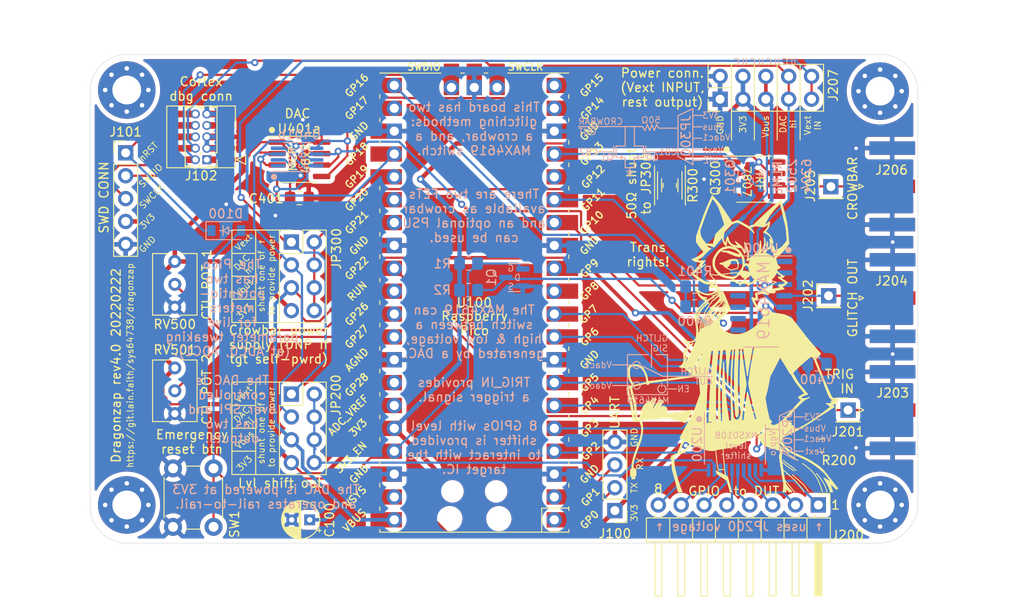
<source format=kicad_pcb>
(kicad_pcb (version 20211014) (generator pcbnew)

  (general
    (thickness 1.6)
  )

  (paper "A4")
  (layers
    (0 "F.Cu" signal)
    (31 "B.Cu" signal)
    (32 "B.Adhes" user "B.Adhesive")
    (33 "F.Adhes" user "F.Adhesive")
    (34 "B.Paste" user)
    (35 "F.Paste" user)
    (36 "B.SilkS" user "B.Silkscreen")
    (37 "F.SilkS" user "F.Silkscreen")
    (38 "B.Mask" user)
    (39 "F.Mask" user)
    (40 "Dwgs.User" user "User.Drawings")
    (41 "Cmts.User" user "User.Comments")
    (42 "Eco1.User" user "User.Eco1")
    (43 "Eco2.User" user "User.Eco2")
    (44 "Edge.Cuts" user)
    (45 "Margin" user)
    (46 "B.CrtYd" user "B.Courtyard")
    (47 "F.CrtYd" user "F.Courtyard")
    (48 "B.Fab" user)
    (49 "F.Fab" user)
  )

  (setup
    (stackup
      (layer "F.SilkS" (type "Top Silk Screen"))
      (layer "F.Paste" (type "Top Solder Paste"))
      (layer "F.Mask" (type "Top Solder Mask") (thickness 0.01))
      (layer "F.Cu" (type "copper") (thickness 0.035))
      (layer "dielectric 1" (type "core") (thickness 1.51) (material "FR4") (epsilon_r 4.5) (loss_tangent 0.02))
      (layer "B.Cu" (type "copper") (thickness 0.035))
      (layer "B.Mask" (type "Bottom Solder Mask") (thickness 0.01))
      (layer "B.Paste" (type "Bottom Solder Paste"))
      (layer "B.SilkS" (type "Bottom Silk Screen"))
      (copper_finish "None")
      (dielectric_constraints no)
    )
    (pad_to_mask_clearance 0)
    (pcbplotparams
      (layerselection 0x00010fc_ffffffff)
      (disableapertmacros false)
      (usegerberextensions false)
      (usegerberattributes true)
      (usegerberadvancedattributes true)
      (creategerberjobfile true)
      (svguseinch false)
      (svgprecision 6)
      (excludeedgelayer true)
      (plotframeref false)
      (viasonmask false)
      (mode 1)
      (useauxorigin false)
      (hpglpennumber 1)
      (hpglpenspeed 20)
      (hpglpendiameter 15.000000)
      (dxfpolygonmode true)
      (dxfimperialunits true)
      (dxfusepcbnewfont true)
      (psnegative false)
      (psa4output false)
      (plotreference true)
      (plotvalue true)
      (plotinvisibletext false)
      (sketchpadsonfab false)
      (subtractmaskfromsilk false)
      (outputformat 1)
      (mirror false)
      (drillshape 0)
      (scaleselection 1)
      (outputdirectory "grb3/")
    )
  )

  (net 0 "")
  (net 1 "GND")
  (net 2 "VBUS")
  (net 3 "+3V3")
  (net 4 "+3.3VADC")
  (net 5 "Net-(D100-Pad1)")
  (net 6 "UART_RX")
  (net 7 "UART_TX")
  (net 8 "/controller/SWDIO")
  (net 9 "/controller/SWCLK")
  (net 10 "unconnected-(J102-Pad8)")
  (net 11 "unconnected-(J102-Pad7)")
  (net 12 "unconnected-(J102-Pad6)")
  (net 13 "Net-(J200-Pad1)")
  (net 14 "Net-(J200-Pad2)")
  (net 15 "TRIG_IN")
  (net 16 "GLITCH_OUT")
  (net 17 "Net-(J200-Pad3)")
  (net 18 "ADC0")
  (net 19 "ADC1")
  (net 20 "Net-(J200-Pad4)")
  (net 21 "Net-(J200-Pad5)")
  (net 22 "Net-(J200-Pad6)")
  (net 23 "VCC_EXT")
  (net 24 "DAC_HI")
  (net 25 "CB1_G")
  (net 26 "CB2_G")
  (net 27 "GPIO_EN")
  (net 28 "MAX_SW_B")
  (net 29 "MAX_SW_A")
  (net 30 "MAX_EN")
  (net 31 "GPIO2")
  (net 32 "GPIO3")
  (net 33 "GPIO4")
  (net 34 "GPIO5")
  (net 35 "GPIO6")
  (net 36 "GLITCH_SIG")
  (net 37 "GPIO7")
  (net 38 "GPIO8")
  (net 39 "GPIO9")
  (net 40 "unconnected-(U100-Pad30)")
  (net 41 "DAC_nL")
  (net 42 "DAC_CLK")
  (net 43 "DAC_TX")
  (net 44 "EMERG_SHDN")
  (net 45 "~{EMERG_SHDN}")
  (net 46 "unconnected-(U100-Pad39)")
  (net 47 "Net-(J200-Pad7)")
  (net 48 "GPIO0")
  (net 49 "GPIO1")
  (net 50 "unconnected-(U400-Pad1)")
  (net 51 "unconnected-(U400-Pad2)")
  (net 52 "DAC_LO")
  (net 53 "unconnected-(U400-Pad12)")
  (net 54 "unconnected-(U400-Pad13)")
  (net 55 "unconnected-(U400-Pad14)")
  (net 56 "unconnected-(U400-Pad15)")
  (net 57 "CROWBAR")
  (net 58 "/gpio/TAR_VCCIO")
  (net 59 "Net-(JP300-Pad5)")
  (net 60 "Net-(J200-Pad8)")
  (net 61 "ADC2")
  (net 62 "/vccout/DAC_VCC")
  (net 63 "unconnected-(U400-Pad10)")
  (net 64 "unconnected-(U400-Pad11)")
  (net 65 "unconnected-(U100-Pad20)")
  (net 66 "unconnected-(U100-Pad19)")

  (footprint "Resistor_SMD:R_0805_2012Metric_Pad1.20x1.40mm_HandSolder" (layer "F.Cu") (at 135.128 87.179 90))

  (footprint "Connector_Coaxial:SMA_Amphenol_132289_EdgeMount" (layer "F.Cu") (at 159.845 87.287))

  (footprint "MountingHole:MountingHole_3.2mm_M3_Pad_Via" (layer "F.Cu") (at 158.496 122.682))

  (footprint "Connector_PinHeader_2.54mm:PinHeader_2x04_P2.54mm_Vertical" (layer "F.Cu") (at 93.091 93.472))

  (footprint "Connector_PinHeader_2.54mm:PinHeader_2x05_P2.54mm_Vertical" (layer "F.Cu") (at 140.721 77.602 90))

  (footprint "Connector_PinHeader_2.54mm:PinHeader_1x01_P2.54mm_Vertical" (layer "F.Cu") (at 152.776 99.441))

  (footprint "Resistor_SMD:R_2010_5025Metric_Pad1.40x2.65mm_HandSolder" (layer "F.Cu") (at 135.128 87.179 90))

  (footprint "Connector_PinHeader_2.54mm:PinHeader_1x08_P2.54mm_Horizontal" (layer "F.Cu") (at 151.638 122.682 -90))

  (footprint "Connector_PinHeader_2.54mm:PinHeader_2x04_P2.54mm_Vertical" (layer "F.Cu") (at 93.091 110.363))

  (footprint "Potentiometer_THT:Potentiometer_Vishay_T73XW_Horizontal" (layer "F.Cu") (at 80.137 95.631))

  (footprint "Connector_PinHeader_2.54mm:PinHeader_1x01_P2.54mm_Vertical" (layer "F.Cu") (at 153.03 87.317))

  (footprint "Resistor_SMD:R_0805_2012Metric_Pad1.20x1.40mm_HandSolder" (layer "F.Cu") (at 152.035 116.078 180))

  (footprint "MCU_RaspberryPi_and_Boards:RPi_Pico_SMD_TH" (layer "F.Cu") (at 113.411 100.203 180))

  (footprint "Connector_PinHeader_1.27mm:PinHeader_2x05_P1.27mm_Vertical" (layer "F.Cu") (at 83.694 84.326 180))

  (footprint "lethalbit-connectors:FTSH-105-01-L-DV-K-TR" (layer "F.Cu") (at 83.059 81.786 90))

  (footprint "Potentiometer_THT:Potentiometer_Vishay_T73XW_Horizontal" (layer "F.Cu") (at 80.137 107.457))

  (footprint "Resistor_SMD:R_2512_6332Metric_Pad1.40x3.35mm_HandSolder" (layer "F.Cu") (at 135.15 87.179 90))

  (footprint "Capacitor_SMD:C_0805_2012Metric_Pad1.18x1.45mm_HandSolder" (layer "F.Cu") (at 93.98 88.598819 180))

  (footprint "Capacitor_THT:CP_Radial_D4.0mm_P2.00mm" (layer "F.Cu") (at 95.123 124.333 180))

  (footprint "Resistor_SMD:R_1206_3216Metric_Pad1.30x1.75mm_HandSolder" (layer "F.Cu") (at 135.128 87.179 90))

  (footprint "MountingHole:MountingHole_3.2mm_M3_Pad_Via" (layer "F.Cu") (at 158.496 76.708))

  (footprint "Connector_PinHeader_2.54mm:PinHeader_1x01_P2.54mm_Vertical" (layer "F.Cu") (at 154.94 112.141))

  (footprint "graphics:xenia" (layer "F.Cu")
    (tedit 61C154B6) (tstamp baf18278-d51c-443e-9972-c8c9ba5d7493)
    (at 143.4789 104.902)
    (attr through_hole)
    (fp_text reference "XENIA" (at 0 0.5) (layer "F.SilkS") hide
      (effects (font (size 1 1) (thickness 0.15)))
      (tstamp 2ab096f1-5e2e-4948-88f7-ee80da352ce9)
    )
    (fp_text value "xenia" (at 0 -0.5) (layer "F.Fab")
      (effects (font (size 1 1) (thickness 0.15)))
      (tstamp fc47ad18-c916-4f04-8460-6a5fb9138c7e)
    )
    (fp_line (start -0.087449 -8.809657) (end 0.146027 -8.894909) (layer "F.SilkS") (width 0.1) (tstamp 00486478-893b-425b-a5bc-a7e44ca55943))
    (fp_line (start 2.120427 -10.202538) (end 2.241183 -10.185531) (layer "F.SilkS") (width 0.1) (tstamp 0234d303-1347-4357-9ac8-112e8e6ab5f3))
    (fp_line (start 4.330047 -6.234346) (end 4.089216 -6.498479) (layer "F.SilkS") (width 0.1) (tstamp 02d5be24-1036-4d78-b8b7-1b443d15e7c8))
    (fp_line (start 3.24756 9.045381) (end 3.4801 8.89316) (layer "F.SilkS") (width 0.1) (tstamp 0453b7e4-e0e7-4cb5-8648-bec6a813bdeb))
    (fp_line (start 0.260403 -6.891084) (end -0.332851 -6.886832) (layer "F.SilkS") (width 0.1) (tstamp 069f3316-bcd2-4604-a333-7165193738be))
    (fp_line (start -3.758068 -6.759273) (end -3.963863 -6.339774) (layer "F.SilkS") (width 0.1) (tstamp 087708f1-e1e9-4263-81e5-92e875871b86))
    (fp_line (start -9.297786 4.012324) (end -10.724534 4.222797) (layer "F.SilkS") (width 0.1) (tstamp 088a5abf-5280-4acd-9be5-182deee4161f))
    (fp_line (start 0.359176 -6.835298) (end 0.320909 -6.836064) (layer "F.SilkS") (width 0.1) (tstamp 09ddd339-86e0-4167-9e67-6513769a8304))
    (fp_line (start -11.079063 8.253324) (end -11.346087 8.129166) (layer "F.SilkS") (width 0.1) (tstamp 0a1dbe60-6997-4f4e-b4aa-4ec0085281f7))
    (fp_line (start 0.636957 -7.835127) (end 0.567013 -8.025403) (layer "F.SilkS") (width 0.1) (tstamp 0a9d52bd-4852-44a8-82f7-f0b2e974bf90))
    (fp_line (start 0.978307 -7.395325) (end 1.596288 -7.079446) (layer "F.SilkS") (width 0.1) (tstamp 0b28e9dc-79a6-45c1-9c4d-325ada2cc88d))
    (fp_line (start -0.023841 -7.012478) (end 0.260403 -6.891084) (layer "F.SilkS") (width 0.1) (tstamp 0b379b3e-c12a-4629-a430-1567b828b4a9))
    (fp_line (start -4.650002 0.989642) (end -3.764935 0.613726) (layer "F.SilkS") (width 0.1) (tstamp 0f956713-c3d9-4b4c-8b52-a74d6d57ce5b))
    (fp_line (start -0.40371 -6.811827) (end 0.321759 -6.836064) (layer "F.SilkS") (width 0.1) (tstamp 10fd1d94-746f-466c-84a0-aa85c04b7684))
    (fp_line (start 3.479802 11.455544) (end 3.948093 11.551703) (layer "F.SilkS") (width 0.1) (tstamp 1164e296-14e5-4a5e-b2f3-44f1d36e7550))
    (fp_line (start 2.98583 -11.581707) (end 2.741129 -11.748809) (layer "F.SilkS") (width 0.1) (tstamp 12ec9af5-fae0-487c-9f32-ec0f72c4cf1f))
    (fp_line (start -4.381109 -11.064391) (end -4.310739 -11.182596) (layer "F.SilkS") (width 0.1) (tstamp 13666fea-91c0-4fec-bb70-a04cdbcf337e))
    (fp_line (start -0.404795 0.395004) (end -0.462196 0.395218) (layer "F.SilkS") (width 0.1) (tstamp 1399d9fd-892e-4c6d-94d4-e65f4b8d90fb))
    (fp_line (start -1.858607 -3.896465) (end -3.018353 -2.837788) (layer "F.SilkS") (width 0.1) (tstamp 14127424-0f91-4793-8a8a-36511132b3fd))
    (fp_line (start -3.250381 11.652943) (end -2.433578 11.510927) (layer "F.SilkS") (width 0.1) (tstamp 1485f998-b07f-4385-8f35-cac19f2827b9))
    (fp_line (start -8.886174 7.308196) (end -8.901056 7.197645) (layer "F.SilkS") (width 0.1) (tstamp 156d07b6-f60e-459b-b98a-29b8c699efdc))
    (fp_line (start -12.551074 13.779714) (end -12.706696 13.860076) (layer "F.SilkS") (width 0.1) (tstamp 16a71bba-04ef-4283-a06b-f6e9ba8ea3c4))
    (fp_line (start -5.127987 3.687899) (end -5.047837 3.724891) (layer "F.SilkS") (width 0.1) (tstamp 16ec19e3-7b49-453e-80e4-246815f99f56))
    (fp_line (start 0.998035 -5.007568) (end 1.417534 -4.961009) (layer "F.SilkS") (width 0.1) (tstamp 18457aad-4f9d-4c40-a5cc-fb25084ce7be))
    (fp_line (start -5.027428 3.476363) (end -5.115231 3.542269) (layer "F.SilkS") (width 0.1) (tstamp 185cec19-d583-42a6-bbf6-9e4403a7b0ce))
    (fp_line (start -6.740291 2.002993) (end -6.697559 1.323252) (layer "F.SilkS") (width 0.1) (tstamp 19b8a416-d457-47c0-a7b0-da25cad6c5a1))
    (fp_line (start -0.007897 -7.388394) (end -0.050628 -7.071368) (layer "F.SilkS") (width 0.1) (tstamp 1c4a967a-d9ff-4163-bb2a-95ccc3501bb3))
    (fp_line (start -0.670522 -6.851881) (end -0.53786 -6.616024) (layer "F.SilkS") (width 0.1) (tstamp 1c5c7e2f-94b3-4b5e-b4ad-c0a6563fc67e))
    (fp_line (start -10.908538 4.337111) (end -10.835617 4.409819) (layer "F.SilkS") (width 0.1) (tstamp 1e0ba953-460b-4ddb-ba5b-e01c556e61f7))
    (fp_line (start 4.90149 16.307955) (end 5.210438 16.322837) (layer "F.SilkS") (width 0.1) (tstamp 1f5d8d4c-52db-4d4d-99bb-fd209dbbc195))
    (fp_line (start -1.262672 0.453299) (end -1.363656 0.468181) (layer "F.SilkS") (width 0.1) (tstamp 1f69b1f6-9fed-42d7-9e08-09f288c476bc))
    (fp_line (start 2.998458 8.928026) (end 2.798403 8.735837) (layer "F.SilkS") (width 0.1) (tstamp 1fb3f6bd-66d7-4a74-a144-ae01112ff895))
    (fp_line (start -2.982169 0.583537) (end -2.699243 0.577159) (layer "F.SilkS") (width 0.1) (tstamp 20a0f469-5ae6-4e36-8ff6-79100ece3f30))
    (fp_line (start 0.566716 -8.025531) (end 0.636661 -7.835255) (layer "F.SilkS") (width 0.1) (tstamp 21a2e357-9ad7-4e55-9783-020864723576))
    (fp_line (start -2.922258 -2.660056) (end -1.647369 -3.924825) (layer "F.SilkS") (width 0.1) (tstamp 23781219-648c-45af-8566-464b78a6f9ff))
    (fp_line (start -0.590372 -6.842654) (end -0.464088 -6.840528) (layer "F.SilkS") (width 0.1) (tstamp 23b5355a-334f-4bc1-a3a3-bcd5e8aabe03))
    (fp_line (start -0.271007 -9.616787) (end -0.136007 -9.641874) (layer "F.SilkS") (width 0.1) (tstamp 23f55bc5-218f-4c81-bcc4-297aa64fa0b2))
    (fp_line (start 7.736937 1.655947) (end 7.847488 1.605774) (layer "F.SilkS") (width 0.1) (tstamp 252382df-08a7-4b0b-8609-1072db1e998e))
    (fp_line (start -1.871555 -11.918931) (end -1.940225 -12.001419) (layer "F.SilkS") (width 0.1) (tstamp 2566906f-dee1-4d49-aa89-42683ad37200))
    (fp_line (start -2.231462 -13.327246) (end -3.235395 -12.265232) (layer "F.SilkS") (width 0.1) (tstamp 25b94296-ce9e-441c-ba5a-3999d9179a7f))
    (fp_line (start 4.695249 -11.592294) (end 4.867028 -11.229431) (layer "F.SilkS") (width 0.1) (tstamp 2609c5fc-6f5a-49bd-a40b-c12eaada5a92))
    (fp_line (start 4.588609 8.485737) (end 4.879742 8.498492) (layer "F.SilkS") (width 0.1) (tstamp 275e3c89-0d83-4a85-9571-5807c3e775e6))
    (fp_line (start 1.219052 9.973394) (end 1.334493 9.873048) (layer "F.SilkS") (width 0.1) (tstamp 276b13d7-0a57-419c-8da2-e837b16f8ff4))
    (fp_line (start 0.832973 -5.261113) (end 0.774721 -5.194995) (layer "F.SilkS") (width 0.1) (tstamp 27f73be5-5b6d-4dcd-9c2b-08178b3c0f10))
    (fp_line (start 3.878467 -6.660457) (end 3.824042 -6.69915) (layer "F.SilkS") (width 0.1) (tstamp 284e6dc9-3ac5-4cda-bd41-857fb98d4679))
    (fp_line (start -4.421864 -8.927692) (end -5.015118 -8.576139) (layer "F.SilkS") (width 0.1) (tstamp 28797dd3-5c25-40ea-9029-91b4bdf67bc8))
    (fp_line (start -6.053407 10.967866) (end -5.922871 11.018039) (layer "F.SilkS") (width 0.1) (tstamp 28d5ed17-1bf9-4c62-b49a-5fe63f5fcad7))
    (fp_line (start -3.125587 -6.648084) (end -3.692013 -6.537745) (layer "F.SilkS") (width 0.1) (tstamp 292a37f1-a8d7-4049-8d9e-d154cb6269d5))
    (fp_line (start -3.963863 -6.339774) (end -3.148187 -6.432892) (layer "F.SilkS") (width 0.1) (tstamp 29d26dd1-1c9b-4097-8348-63ab0c86a559))
    (fp_line (start -0.136007 -9.641597) (end -0.271007 -9.616511) (layer "F.SilkS") (width 0.1) (tstamp 2b1d77fe-f78d-4ff8-b505-0f28f2dbc7c6))
    (fp_line (start -2.567432 -10.399893) (end -2.567432 -10.400064) (layer "F.SilkS") (width 0.1) (tstamp 2d8c2e79-0ca6-4cac-bd97-7ed59984e6ca))
    (fp_line (start -3.612693 8.448277) (end -3.623323 8.650245) (layer "F.SilkS") (width 0.1) (tstamp 2db2a178-64e5-43fc-91c6-f6bb623ee10e))
    (fp_line (start 0.831253 0.253265) (end 1.081438 0.212021) (layer "F.SilkS") (width 0.1) (tstamp 2e9befe8-1ba6-44c4-8c0c-2f6b67d813e8))
    (fp_line (start -2.265074 13.818492) (end -2.151546 14.500359) (layer "F.SilkS") (width 0.1) (tstamp 2f15d41d-727f-4089-af4d-eed812228f8d))
    (fp_line (start -3.465554 0.613726) (end -2.982169 0.583537) (layer "F.SilkS") (width 0.1) (tstamp 2f4fca68-ad3d-42af-a65a-2dfd84c64f23))
    (fp_line (start 3.824042 -6.69915) (end 3.76579 -6.598166) (layer "F.SilkS") (width 0.1) (tstamp 2f8fab55-05ca-4686-80f5-c3c168b9b405))
    (fp_line (start 3.802463 11.057008) (end 4.193772 10.248454) (layer "F.SilkS") (width 0.1) (tstamp 2fa1b765-b805-47fc-bf33-7549704c7989))
    (fp_line (start 4.525042 15.474081) (end 4.581806 15.914436) (layer "F.SilkS") (width 0.1) (tstamp 318e2232-f227-48be-bc7e-28bc039cbe1a))
    (fp_line (start 0.320909 -6.836064) (end 0.323034 -6.596465) (layer "F.SilkS") (width 0.1) (tstamp 31dcfa14-92b3-40c0-9b7e-3e11dc0058e1))
    (fp_line (start -1.479203 -7.201053) (end -1.470699 -7.127281) (layer "F.SilkS") (width 0.1) (tstamp 321f985d-c802-49a4-b839-d957d45e8880))
    (fp_line (start -2.768188 -9.031568) (end -2.728921 -9.000571) (layer "F.SilkS") (width 0.1) (tstamp 328d1402-4958-47d2-b0f1-71018e3fb92d))
    (fp_line (start -0.523191 -6.729339) (end -0.516813 -6.620064) (layer "F.SilkS") (width 0.1) (tstamp 32e61bfc-d546-4722-ac49-cbb99c79a789))
    (fp_line (start -4.310717 -11.182319) (end -4.381087 -11.064115) (layer "F.SilkS") (width 0.1) (tstamp 3333a437-094a-4126-981c-1a90640c11d7))
    (fp_line (start -0.53786 -6.616024) (end -0.522978 -6.728701) (layer "F.SilkS") (width 0.1) (tstamp 33ea8dc4-877d-4756-9eec-56ecc269d0d6))
    (fp_line (start -2.42565 8.523069) (end -2.710361 8.529447) (layer "F.SilkS") (width 0.1) (tstamp 351d5969-2e3a-436e-a584-701985869a16))
    (fp_line (start -3.548467 -11.102808) (end -3.680278 -11.20443) (layer "F.SilkS") (width 0.1) (tstamp 36bf2b67-6c66-4f57-9dcc-180452d3e2dc))
    (fp_line (start -10.667452 4.294378) (end -10.705294 4.290126) (layer "F.SilkS") (width 0.1) (tstamp 38dc9787-3773-4a65-9eac-77f34d6df8dc))
    (fp_line (start -12.671829 14.588332) (end -12.551286 14.590458) (layer "F.SilkS") (width 0.1) (tstamp 3949f8f3-4972-460a-90a0-6906b5d7ca76))
    (fp_line (start 3.981279 10.706561) (end 3.921327 10.860227) (layer "F.SilkS") (width 0.1) (tstamp 3b861d3c-b38d-4322-b67b-d95ab0619cc6))
    (fp_line (start 9.914625 6.87845) (end 9.630849 6.725166) (layer "F.SilkS") (width 0.1) (tstamp 3bf5a303-d45e-4366-b8e2-9eef9aa4ea37))
    (fp_line (start -1.955062 14.629087) (end -1.482966 16.326622) (layer "F.SilkS") (width 0.1) (tstamp 3d234cf4-d2a0-4b1e-b0ed-33b40ca1bbce))
    (fp_line (start -2.482371 0.53921) (end -2.699349 0.578328) (layer "F.SilkS") (width 0.1) (tstamp 3d6a7394-0229-439d-98ea-24fb7b7d0870))
    (fp_line (start -5.819251 -0.058596) (end -5.782259 -0.164257) (layer "F.SilkS") (width 0.1) (tstamp 3ecd5e71-045c-45dd-959d-3e97c8e33089))
    (fp_line (start -3.785279 -2.270788) (end -4.94377 -1.700982) (layer "F.SilkS") (width 0.1) (tstamp 3f60471a-e684-4c40-916a-dc05757982ce))
    (fp_line (start 3.76579 -6.598166) (end 3.956065 -6.349596) (layer "F.SilkS") (width 0.1) (tstamp 3f775266-cc7f-49e6-b89d-e69ba5f3895e))
    (fp_line (start 3.761942 -7.448985) (end 4.562098 -6.916851) (layer "F.SilkS") (width 0.1) (tstamp 401fc27b-55c2-4d17-b7a9-17271cdee251))
    (fp_line (start -3.619092 -4.014223) (end -4.053048 -3.440186) (layer "F.SilkS") (width 0.1) (tstamp 41e173df-b769-4562-86b0-af2aff66057d))
    (fp_line (start 0.321759 -6.836064) (end 0.360027 -6.835298) (layer "F.SilkS") (width 0.1) (tstamp 43797be8-9d42-485f-bc6b-0544d45927b2))
    (fp_line (start 10.256122 6.014427) (end 10.165768 5.934065) (layer "F.SilkS") (width 0.1) (tstamp 4459b91b-d937-4427-a170-e7027c4df452))
    (fp_line (start -1.482966 16.326622) (end -1.613502 16.326622) (layer "F.SilkS") (width 0.1) (tstamp 46605a33-9342-4627-adea-08a0c3dd1775))
    (fp_line (start -2.364145 -5.272232) (end -2.325452 -5.192508) (layer "F.SilkS") (width 0.1) (tstamp 47476406-4d27-4820-aefe-eb91485cd792))
    (fp_line (start -1.200487 -7.170056) (end -1.200487 -7.170056) (layer "F.SilkS") (width 0.1) (tstamp 47bd3e42-5e60-4145-b4ff-ba2ead23635e))
    (fp_line (start -10.724534 4.222797) (end -10.772326 4.101105) (layer "F.SilkS") (width 0.1) (tstamp 487c4890-ae05-4d1e-8757-f717bdd9f770))
    (fp_line (start -1.29977 -7.131533) (end -0.950173 -6.910133) (layer "F.SilkS") (width 0.1) (tstamp 48f5ac3f-19ad-4208-9449-373c6d6bed43))
    (fp_line (start -0.419655 -9.922015) (end -0.584419 -9.95518) (layer "F.SilkS") (width 0.1) (tstamp 499f0043-d011-4c69-b76f-552cc2e709c0))
    (fp_line (start -10.859577 4.243461) (end -10.870207 4.151406) (layer "F.SilkS") (width 0.1) (tstamp 4b724a58-7782-4fb0-85bb-73cee8bfacec))
    (fp_line (start -3.623323 8.650245) (end -4.324302 8.722316) (layer "F.SilkS") (width 0.1) (tstamp 4c7ee18f-1e28-4990-b358-0d20ba5f3a19))
    (fp_line (start 2.278047 -6.178114) (end 2.254661 -6.053744) (layer "F.SilkS") (width 0.1) (tstamp 4cd7b6b4-85c9-4884-8f10-e79b6ed8c90b))
    (fp_line (start -10.857408 4.242058) (end -10.859577 4.243461) (layer "F.SilkS") (width 0.1) (tstamp 4cf1650d-f012-4b15-ad31-a94564f120f8))
    (fp_line (start 0.636661 -7.835255) (end 0.978307 -7.395325) (layer "F.SilkS") (width 0.1) (tstamp 4d1172a0-a1e6-4e5d-b676-3dfbdc70f814))
    (fp_line (start 4.368889 -7.671512) (end 4.228999 -7.648126) (layer "F.SilkS") (width 0.1) (tstamp 4ea04a5a-7a78-43fb-87d5-86eb2afcea5f))
    (fp_line (start 10.027621 6.192797) (end 10.256122 6.014427) (layer "F.SilkS") (width 0.1) (tstamp 51b18456-8852-4cce-ad37-628dd1c4103a))
    (fp_line (start 0.975627 -7.108827) (end 0.990509 -7.046749) (layer "F.SilkS") (width 0.1) (tstamp 52064152-4b25-4796-8ab1-2e49f3df562c))
    (fp_line (start 5.077543 8.647949) (end 4.922346 8.701524) (layer "F.SilkS") (width 0.1) (tstamp 53bc95a0-a6b5-4bd3-8806-205d384c6e1c))
    (fp_line (start -2.943709 -5.906668) (end -2.916242 -5.843484) (layer "F.SilkS") (width 0.1) (tstamp 54c05bf1-249d-4ed0-aee6-f8cef4715275))
    (fp_line (start 4.587334 8.28802) (end 4.484224 8.388366) (layer "F.SilkS") (width 0.1) (tstamp 54d05816-bdfa-450b-939f-fffbc2d3c01c))
    (fp_line (start -3.764935 0.613726) (end -3.465554 0.613726) (layer "F.SilkS") (width 0.1) (tstamp 56614d25-92fe-4928-ba13-f50ff5bf48ed))
    (fp_line (start 5.210438 16.322837) (end 4.525042 15.474081) (layer "F.SilkS") (width 0.1) (tstamp 57d20178-cd72-4cdf-a6b0-742aea76d37b))
    (fp_line (start -0.446932 -6.922464) (end -0.749927 -6.933093) (layer "F.SilkS") (width 0.1) (tstamp 58166378-73e4-4c77-abf1-b61da426c963))
    (fp_line (start -7.002722 16.306531) (end -7.404278 16.31157) (layer "F.SilkS") (width 0.1) (tstamp 5964804a-9ffe-4905-9f1b-c960fc5465a3))
    (fp_line (start -8.901056 7.197645) (end -8.941025 7.197645) (layer "F.SilkS") (width 0.1) (tstamp 59f58cc4-3f08-4913-804c-7831fc56d6da))
    (fp_line (start 1.092131 -7.182599) (end 0.975627 -7.108827) (layer "F.SilkS") (width 0.1) (tstamp 5ac91684-976e-43dc-b66d-88fa3cf7602b))
    (fp_line (start 7.847488 1.605774) (end 8.38802 0.97155) (layer "F.SilkS") (width 0.1) (tstamp 5c52001a-44b6-4827-8867-9a065693af27))
    (fp_line (start 5.416744 9.020209) (end 5.234122 9.134162) (layer "F.SilkS") (width 0.1) (tstamp 5c5e0318-a0e1-4f94-8225-4bad5445ea6d))
    (fp_line (start 9.500845 16.316587) (end 9.731897 16.316587) (layer "F.SilkS") (width 0.1) (tstamp 5cdfe313-8605-4373-9a45-7b9f1b58e8c5))
    (fp_line (start -12.612153 4.669636) (end -12.765862 4.730652) (layer "F.SilkS") (width 0.1) (tstamp 5d6e084a-605f-4d05-bcd6-23a747bd3e0e))
    (fp_line (start -5.125052 3.690641) (end -5.114422 3.531405) (layer "F.SilkS") (width 0.1) (tstamp 5e0252fd-2729-4e36-b2cc-c7766dba6189))
    (fp_line (start -12.765862 4.730652) (end -12.281945 6.716322) (layer "F.SilkS") (width 0.1) (tstamp 5e807c14-eb72-4699-ac5c-0e22b3b90689))
    (fp_line (start -3.415423 -5.326615) (end -3.508541 -5.332993) (layer "F.SilkS") (width 0.1) (tstamp 5ef3d067-71f0-41ac-ba39-98068649edc9))
    (fp_line (start -3.680278 -11.20443) (end -4.310717 -11.182319) (layer "F.SilkS") (width 0.1) (tstamp 600a3b4b-ae4b-4461-b5a0-b102a630e6e4))
    (fp_line (start -0.516813 -6.620064) (end -0.40371 -6.811827) (layer "F.SilkS") (width 0.1) (tstamp 606c3e55-7d61-412d-adac-41bf5f1f1a73))
    (fp_line (start -3.763999 0.614406) (end -4.65096 0.989557) (layer "F.SilkS") (width 0.1) (tstamp 61bd4437-060d-40c1-add9-cb29405c70c7))
    (fp_line (start -12.324316 14.531951) (end -12.328568 14.687573) (layer "F.SilkS") (width 0.1) (tstamp 61d9b81b-8499-4933-91ed-7a8972810007))
    (fp_line (start -6.730724 2.520138) (end -6.790889 2.401721) (layer "F.SilkS") (width 0.1) (tstamp 62b6ceae-4979-4c7f-9abb-9d942b9ab846))
    (fp_line (start -0.023819 -7.012265) (end -0.050733 -7.071495) (layer "F.SilkS") (width 0.1) (tstamp 633ad3b8-63c2-4a66-ba43-ec1b2327d590))
    (fp_line (start 2.575111 -5.582519) (end 2.566607 -5.800008) (layer "F.SilkS") (width 0.1) (tstamp 6349601a-3c16-49a3-9c53-44ba3301fa17))
    (fp_line (start -12.123177 8.513863) (end -11.715753 8.379501) (layer "F.SilkS") (width 0.1) (tstamp 634c972d-457b-4606-97bd-158cc6774626))
    (fp_line (start -1.200487 -7.170056) (end -1.189857 -7.253607) (layer "F.SilkS") (width 0.1) (tstamp 644c1aa7-bb47-43ff-9985-f1193c633b37))
    (fp_line (start -0.097144 8.381542) (end -0.383216 8.400676) (layer "F.SilkS") (width 0.1) (tstamp 64d7714a-7974-44e3-aea4-f93dec72bbab))
    (fp_line (start -2.982275 0.584047) (end -3.46566 0.614236) (layer "F.SilkS") (width 0.1) (tstamp 65672bfe-b9ee-41a0-973c-1f20f79e074b))
    (fp_line (start -0.522978 -6.728701) (end -0.590372 -6.842654) (layer "F.SilkS") (width 0.1) (tstamp 66ae6362-5d73-429e-895c-b93ac4034e8b))
    (fp_line (start -2.922257 -2.659503) (end -3.018352 -2.837236) (layer "F.SilkS") (width 0.1) (tstamp 67696688-aeb4-4c05-bfdd-17ff57e0fa8a))
    (fp_line (start 4.463814 8.29865) (end 4.587334 8.28802) (layer "F.SilkS") (width 0.1) (tstamp 6adb7440-4967-4c53-ab45-3e8efe9276db))
    (fp_line (start -0.552019 -7.920528) (end -0.353877 -8.180791) (layer "F.SilkS") (width 0.1) (tstamp 6b210527-4628-4b35-bcc0-57c051da3023))
    (fp_line (start 1.550897 -10.19699) (end 1.669101 -10.238234) (layer "F.SilkS") (width 0.1) (tstamp 6f6d94a2-ff06-468f-93cb-7d1121493be0))
    (fp_line (start 5.099335 3.181341) (end 5.269838 3.103317) (layer "F.SilkS") (width 0.1) (tstamp 6faf2824-be38-492e-a01b-4c105834407a))
    (fp_line (start -4.244621 -5.197036) (end -4.324345 -5.268894) (layer "F.SilkS") (width 0.1) (tstamp 6fe73f15-5d69-4a4e-893e-03eb09e9b7d7))
    (fp_line (start 1.655283 -10.326037) (end 1.550897 -10.19699) (layer "F.SilkS") (width 0.1) (tstamp 71407632-595c-426e-b6ae-4fb2a403e147))
    (fp_line (start 1.551599 -10.196373) (end 1.654071 -10.325909) (layer "F.SilkS") (width 0.1) (tstamp 71e17ce2-3f5c-4367-9839-08c5c57f36de))
    (fp_line (start -10.85964 4.243567) (end -10.851137 4.309473) (layer "F.SilkS") (width 0.1) (tstamp 7222796c-3f24-42f8-95ec-33d97cdbe82f))
    (fp_line (start -10.870207 4.151406) (end -12.356801 4.505467) (layer "F.SilkS") (width 0.1) (tstamp 7332bdd2-7696-49e9-b942-e09fe05346ae))
    (fp_line (start -12.555538 14.874192) (end -12.244166 14.849105) (layer "F.SilkS") (width 0.1) (tstamp 73bf2484-d5f9-4ce1-ab83-d710b7907529))
    (fp_line (start -0.050628 -7.071368) (end -0.023841 -7.012478) (layer "F.SilkS") (width 0.1) (tstamp 75ebcaaf-8f91-4bce-95da-35daf284b36b))
    (fp_line (start -2.023604 -4.398792) (end -2.056557 -4.497672) (layer "F.SilkS") (width 0.1) (tstamp 76bcc96a-79c2-4aa1-a653-745cf373720e))
    (fp_line (start 0.360027 -6.835298) (end 0.467176 -6.79129) (layer "F.SilkS") (width 0.1) (tstamp 7879fd6d-8523-40e9-ac87-65ed2628002c))
    (fp_line (start 3.26967 -5.791504) (end 3.374481 -5.900354) (layer "F.SilkS") (width 0.1) (tstamp 78c24dc1-6743-421c-b77c-2fe33b473e4c))
    (fp_line (start -1.470699 -7.127281) (end -1.29977 -7.131533) (layer "F.SilkS") (width 0.1) (tstamp 7923463f-888c-4fc0-b98f-03078496b1b6))
    (fp_line (start 1.596288 -7.079446) (end 2.337853 -6.991643) (layer "F.SilkS") (width 0.1) (tstamp 7a78aae9-59d5-44fd-a5a4-d12a5851aac3))
    (fp_line (start -6.744393 10.596839) (end -5.920744 11.018719) (layer "F.SilkS") (width 0.1) (tstamp 7af554a0-1aea-4bf6-b62d-f529a38d9de6))
    (fp_line (start 3.74706 -7.542316) (end 3.761942 -7.448985) (layer "F.SilkS") (width 0.1) (tstamp 7d46158a-6f68-4d38-be89-e25c900413e7))
    (fp_line (start 3.948093 11.551703) (end 3.802463 11.057008) (layer "F.SilkS") (width 0.1) (tstamp 7f1cd457-f3e0-4118-9041-74f0c4e433d8))
    (fp_line (start 3.952132 10.372397) (end 3.479802 11.455544) (layer "F.SilkS") (width 0.1) (tstamp 7f25c6dd-2bd2-4dba-b030-ccbee8cc0425))
    (fp_line (start 4.867007 -11.229325) (end 4.695227 -11.592231) (layer "F.SilkS") (width 0.1) (tstamp 801e609c-68c5-4efc-a779-888769f67fd8))
    (fp_line (start 9.552655 6.270651) (end 9.957527 6.281281) (layer "F.SilkS") (width 0.1) (tstamp 816dc656-ef63-4b7e-ba23-93c421a09dd9))
    (fp_line (start -10.835617 4.409819) (end -10.692538 4.354544) (layer "F.SilkS") (width 0.1) (tstamp 81a6647b-fb92-470f-859a-839cff2bfa41))
    (fp_line (start -2.265074 13.81847) (end -2.435578 11.510119) (layer "F.SilkS") (width 0.1) (tstamp 823a9a53-cb4b-4f57-9558-1ba1cf975f33))
    (fp_line (start 5.09942 3.182085) (end 5.099335 3.181341) (layer "F.SilkS") (width 0.1) (tstamp 832a8494-eaf2-41bb-a79b-9bd3869ba972))
    (fp_line (start -2.839558 -5.555073) (end -2.839345 -5.555094) (layer "F.SilkS") (width 0.1) (tstamp 84ce0be5-0412-4bdd-83e3-854a7a710ced))
    (fp_line (start -2.790809 -5.240427) (end -2.57719 -5.718179) (layer "F.SilkS") (width 0.1) (tstamp 84d2254b-f203-44d6-b45c-79b312eb19ef))
    (fp_line (start -3.983039 8.479741) (end -3.612693 8.448277) (layer "F.SilkS") (width 0.1) (tstamp 881ba6c1-962a-43e8-acdf-1c75a4cb2656))
    (fp_line (start 2.911548 -11.493032) (end 3.13129 -11.295316) (layer "F.SilkS") (width 0.1) (tstamp 8b34cb3e-4808-4723-abeb-99f377bbe23f))
    (fp_line (start -0.578892 -9.823156) (end -0.419655 -9.922015) (layer "F.SilkS") (width 0.1) (tstamp 8b609dc3-d402-489e-93c7-a8286dd10662))
    (fp_line (start -3.013421 -6.014668) (end -3.06859 -6.173224) (layer "F.SilkS") (width 0.1) (tstamp 902a411f-6335-4f06-8cf1-f0ed80a2cb8a))
    (fp_line (start -0.332851 -6.886832) (end -0.023819 -7.012265) (layer "F.SilkS") (width 0.1) (tstamp 910b5ca3-160a-4289-ac0e-edddfbb8cc23))
    (fp_line (start 4.879742 8.498492) (end 4.786411 8.608406) (layer "F.SilkS") (width 0.1) (tstamp 92425964-3db1-4a0a-86ee-ecbd90311ff8))
    (fp_line (start -2.68655 -9.085993) (end -2.768188 -9.031568) (layer "F.SilkS") (width 0.1) (tstamp 92f206ba-0b74-4aff-a139-97255e30fd4b))
    (fp_line (start -2.699243 0.577159) (end -2.482265 0.538041) (layer "F.SilkS") (width 0.1) (tstamp 9374eae1-1721-491f-8000-bfbbb5c8d606))
    (fp_line (start 5.423717 9.377374) (end 5.570623 9.455611) (layer "F.SilkS") (width 0.1) (tstamp 946a8f93-f8a6-49ed-be65-22cf14da1914))
    (fp_line (start -10.705294 4.290126) (end -10.773113 4.101764) (layer "F.SilkS") (width 0.1) (tstamp 96b8b711-f40d-4aae-a044-c048034ee1fe))
    (fp_line (start 3.55787 -8.163018) (end 3.585933 -8.535108) (layer "F.SilkS") (width 0.1) (tstamp 97eaa1e2-9166-4553-a1d6-ea99a7ba73fb))
    (fp_line (start -2.093805 0.514655) (end -1.899489 4.624204) (layer "F.SilkS") (width 0.1) (tstamp 9a3dec6c-1ff7-4f04-98b4-bff75dbe2572))
    (fp_line (start -7.212683 10.307067) (end -6.744393 10.596839) (layer "F.SilkS") (width 0.1) (tstamp 9aa35107-bd21-4263-aaeb-f87889d0726a))
    (fp_line (start -8.961434 7.519094) (end -8.918702 7.383456) (layer "F.SilkS") (width 0.1) (tstamp 9c77e549-bc3d-407e-a17f-1f44a0465725))
    (fp_line (start 9.062594 6.501448) (end 9.545575 6.870816) (layer "F.SilkS") (width 0.1) (tstamp 9d0a9958-db67-4fa2-a63a-2635acbcaff5))
    (fp_line (start 1.219116 9.972799) (end 1.219052 9.973394) (layer "F.SilkS") (width 0.1) (tstamp 9d53a803-c2dd-44df-9adf-3a36ecbb9623))
    (fp_line (start -10.851137 4.309473) (end -10.908538 4.337111) (layer "F.SilkS") (width 0.1) (tstamp 9d93c53b-c8ce-4a41-8871-5169db872dd3))
    (fp_line (start -0.464088 -6.840528) (end -0.523191 -6.729339) (layer "F.SilkS") (width 0.1) (tstamp 9f3effa9-36c1-499e-8002-787a37d4e90a))
    (fp_line (start -12.443584 14.541092) (end -12.110825 14.518557) (layer "F.SilkS") (width 0.1) (tstamp 9f755b79-98ed-4b7f-b7d5-fc8b011a6083))
    (fp_line (start -0.462154 0.396301) (end -0.404752 0.396089) (layer "F.SilkS") (width 0.1) (tstamp a03f12ee-4c0a-46b5-9d34-c9c5f676bfdc))
    (fp_line (start -0.753754 -8.930796) (end -0.760132 -9.099812) (layer "F.SilkS") (width 0.1) (tstamp a2514bdf-7683-4b2c-bb81-487c8fa57d73))
    (fp_line (start 2.798403 8.735837) (end 2.94212 8.502787) (layer "F.SilkS") (width 0.1) (tstamp a25f08da-163d-4d49-ab74-017e99d1903e))
    (fp_line (start 3.301453 -9.46597) (end 3.588121 -8.53481) (layer "F.SilkS") (width 0.1) (tstamp a261e796-25d7-477c-be76-97f041d1e6b6))
    (fp_line (start -12.208875 14.527699) (end -12.324316 14.531951) (layer "F.SilkS") (width 0.1) (tstamp a273aabd-9b0c-4eb2-9ce1-0a72077650f3))
    (fp_line (start 10.153777 16.03534) (end 10.286013 15.948388) (layer "F.SilkS") (width 0.1) (tstamp a2a59f0e-cde4-498b-8904-d92a12bff2f0))
    (fp_line (start -1.612056 0.483573) (end -1.363486 0.468691) (layer "F.SilkS") (width 0.1) (tstamp a2fc975e-e27d-4dbe-8a0b-341931ded9a6))
    (fp_line (start 5.58019 9.318272) (end 5.423717 9.377374) (layer "F.SilkS") (width 0.1) (tstamp a323f70c-afa2-4c2a-b732-5b77a8cbc996))
    (fp_line (start -1.472081 8.437583) (end -1.785579 8.469473) (layer "F.SilkS") (width 0.1) (tstamp a4c343d5-a6fd-4619-9a83-930a86997c7d))
    (fp_line (start -8.918702 7.383456) (end -8.770521 7.262913) (layer "F.SilkS") (width 0.1) (tstamp a71b8db9-7af6-4a4f-a0c5-fd086e8c47a8))
    (fp_line (start 0.017488 -7.081572) (end 0.065961 -7.361267) (layer "F.SilkS") (width 0.1) (tstamp a77dd63f-3f22-4865-9e78-693ed1d0221c))
    (fp_line (start -0.714593 0.406931) (end -0.462154 0.396301) (layer "F.SilkS") (width 0.1) (tstamp a858f438-2835-4c8f-8f9f-d091eac5a697))
    (fp_line (start 0.365554 -6.704763) (end 0.359176 -6.835298) (layer "F.SilkS") (width 0.1) (tstamp a8bb4afa-35b0-41db-8d99-8ea42d121830))
    (fp_line (start -4.017458 -4.642983) (end -4.118655 -4.734613) (layer "F.SilkS") (width 0.1) (tstamp a9a751bd-7c65-4095-9e42-f665535dba2e))
    (fp_line (start 2.337853 -6.991643) (end 2.882955 -7.225459) (layer "F.SilkS") (width 0.1) (tstamp a9d6e118-1126-476c-be4f-98f751cb96f6))
    (fp_line (start -12.091032 8.313426) (end -12.251756 8.313426) (layer "F.SilkS") (width 0.1) (tstamp ab2163be-385c-49c1-84b2-d21172b217d2))
    (fp_line (start -3.195575 14.016357) (end -1.955062 14.629087) (layer "F.SilkS") (width 0.1) (tstamp abc144f2-0768-45ca-8040-fb36089127a7))
    (fp_line (start -10.87027 4.151512) (end -10.85964 4.243567) (layer "F.SilkS") (width 0.1) (tstamp ac2b5221-dae8-473a-b258-1240f226ee32))
    (fp_line (start -6.083766 0.076404) (end -5.819251 -0.058596) (layer "F.SilkS") (width 0.1) (tstamp ae1a820b-f252-45fc-a06e-4a7cb7959ffc))
    (fp_line (start -0.404752 0.396089) (end -0.142746 0.3659) (layer "F.SilkS") (width 0.1) (tstamp aefe398d-e17c-4e19-992b-b360a5a5a779))
    (fp_line (start 5.004133 3.149642) (end 5.10129 3.181957) (layer "F.SilkS") (width 0.1) (tstamp afaa94e1-65c3-4b6f-9c68-5ac59bc472d1))
    (fp_line (start 10.384191 6.087349) (end 10.027621 6.192797) (layer "F.SilkS") (width 0.1) (tstamp afd35155-2680-4da0-a254-feec9f925517))
    (fp_line (start 2.241183 -10.185531) (end 2.422529 -10.528877) (layer "F.SilkS") (width 0.1) (tstamp b12cdff5-1a28-488f-bb8d-4bd1944d9750))
    (fp_line (start 10.286013 15.948388) (end 8.789979 14.029963) (layer "F.SilkS") (width 0.1) (tstamp b19cabe8-0c6d-451e-bfeb-2fcea82d2608))
    (fp_line (start -3.195469 14.016336) (end -3.195575 14.016357) (layer "F.SilkS") (width 0.1) (tstamp b29c3d1a-bb57-4e68-88ff-a0471bee36d3))
    (fp_line (start -4.555758 -1.880139) (end -4.770185 -1.786787) (layer "F.SilkS") (width 0.1) (tstamp b3396681-51a0-4ddb-b63f-251412419335))
    (fp_line (start -0.950855 -13.622907) (end -0.731411 -13.622907) (layer "F.SilkS") (width 0.1) (tstamp b3d452e4-0558-44e2-b1c9-373e568f7de0))
    (fp_line (start -1.389912 -7.251651) (end -1.479203 -7.201053) (layer "F.SilkS") (width 0.1) (tstamp b4248c5b-0aa5-47e6-8c9f-dcd81c5483ee))
    (fp_line (start -3.692013 -6.537745) (end -3.495785 -6.948273) (layer "F.SilkS") (width 0.1) (tstamp b498dffb-cfee-4cb0-974c-848e3f710666))
    (fp_line (start -2.548723 -6.087781) (end -2.738786 -5.688011) (layer "F.SilkS") (width 0.1) (tstamp b71d1072-ae2d-49ad-8cc4-6755a10b9d34))
    (fp_line (start -2.482265 0.538041) (end -2.093805 0.514655) (layer "F.SilkS") (width 0.1) (tstamp b7256dee-230d-4653-bad5-866a3ef6aa44))
    (fp_line (start 4.267905 -7.539488) (end 4.368889 -7.671512) (layer "F.SilkS") (width 0.1) (tstamp b87dacec-d770-4fac-bfe1-efb923046bde))
    (fp_line (start -1.189857 -7.253607) (end -1.389912 -7.251651) (layer "F.SilkS") (width 0.1) (tstamp ba403a2a-5472-4226-a5d1-0a23e7d66edd))
    (fp_line (start -8.770521 7.262913) (end -8.810915 7.21274) (layer "F.SilkS") (width 0.1) (tstamp bbce8f98-4aca-469a-9837-32a9818170a6))
    (fp_line (start 5.10129 3.181957) (end 5.271794 3.103934) (layer "F.SilkS") (width 0.1) (tstamp bcaa163f-1a67-400f-b78e-c162f92c8e47))
    (fp_line (start -5.115231 3.542269) (end -5.127987 3.687899) (layer "F.SilkS") (width 0.1) (tstamp bd3ba98d-d2d7-4d86-9b2d-33dad2eac79f))
    (fp_line (start -13.04073 4.7092) (end -13.11599 4.844838) (layer "F.SilkS") (width 0.1) (tstamp bfe0cc57-3c62-4d4e-b119-5e8302e94e4d))
    (fp_line (start 2.94212 8.502787) (end 2.707113 8.306559) (layer "F.SilkS") (width 0.1) (tstamp c09fd7f1-a334-4ec4-a220-e985605306ee))
    (fp_line (start -6.790889 2.401721) (end -6.940346 2.395343) (layer "F.SilkS") (width 0.1) (tstamp c32eaa5b-78c2-4826-b43f-df6d970efaf8))
    (fp_line (start -5.65404 3.373126) (end -5.490765 3.472622) (layer "F.SilkS") (width 0.1) (tstamp c340e49e-f635-4f5a-8d46-5b209fa63b31))
    (fp_line (start 3.557401 -8.162274) (end 3.530613 -8.09403) (layer "F.SilkS") (width 0.1) (tstamp c4d70ee4-e581-49d7-a356-429f4c894ae1))
    (fp_line (start -5.490765 3.472622) (end -7.838808 3.820986) (layer "F.SilkS") (width 0.1) (tstamp c4e22290-d247-4c4b-b64f-48ce69f7dada))
    (fp_line (start 0.426188 -8.688901) (end 0.566716 -8.025531) (layer "F.SilkS") (width 0.1) (tstamp c4f4a549-e6f5-496a-9563-4a841ee07124))
    (fp_line (start -6.682039 1.944741) (end -6.740291 2.002993) (layer "F.SilkS") (width 0.1) (tstamp c56f63ab-855c-40f2-a369-d65080c720e0))
    (fp_line (start -5.020625 -8.48823) (end -4.421864 -8.927692) (layer "F.SilkS") (width 0.1) (tstamp c5c5c032-e127-4fa8-a41a-e56835647d83))
    (fp_line (start -10.692538 4.354544) (end -10.667452 4.294378) (layer "F.SilkS") (width 0.1) (tstamp c63d6947-c16a-4323-b8e9-fceaef7fae24))
    (fp_line (start -1.975132 15.030877) (end -3.120209 14.292586) (layer "F.SilkS") (width 0.1) (tstamp c779cb0c-e4dc-4efc-a060-908bf2219140))
    (fp_line (start 0.467176 -6.79129) (end 0.365554 -6.704763) (layer "F.SilkS") (width 0.1) (tstamp c8d97f64-7ec8-4828-ba9c-6b5dbff61d09))
    (fp_line (start 1.242735 10.054437) (end 1.22105 9.974287) (layer "F.SilkS") (width 0.1) (tstamp c90a00d0-330b-4c41-b70b-f2fa9a4872f9))
    (fp_line (start -0.529952 -10.830745) (end -0.519322 -10.91047) (layer "F.SilkS") (width 0.1) (tstamp c98b6b93-a8bf-4e8e-9209-5193020a22ea))
    (fp_line (start 0.52883 -6.767394) (end 0.711452 -6.798434) (layer "F.SilkS") (width 0.1) (tstamp c9afd472-cccf-4bbe-8af9-24511c6156cc))
    (fp_line (start -1.363486 0.468691) (end -1.262502 0.453809) (layer "F.SilkS") (width 0.1) (tstamp ca2e7f26-faa9-4dde-abaf-6ceac0b54c42))
    (fp_line (start 7.845447 1.604775) (end 7.734896 1.654948) (layer "F.SilkS") (width 0.1) (tstamp cb2c9fda-e077-4170-8f98-a0a66ff895c7))
    (fp_line (start 0.503041 -13.110056) (end -0.809837 -13.824748) (layer "F.SilkS") (width 0.1) (tstamp cb3bfe3f-4ce5-447c-b68a-f0b9a64fb392))
    (fp_line (start -2.951363 8.57658) (end -3.253891 8.612296) (layer "F.SilkS") (width 0.1) (tstamp cbf1796f-59d0-4555-8c14-9d192dd57bfb))
    (fp_line (start 1.355455 -5.598039) (end 1.813796 -5.730063) (layer "F.SilkS") (width 0.1) (tstamp cf34bccf-cdde-4b03-a71d-39e082be13a7))
    (fp_line (start -8.941025 7.197645) (end -9.07156 7.624543) (layer "F.SilkS") (width 0.1) (tstamp cf89459e-fd92-4e68-9587-f252ddcdb6a3))
    (fp_line (start -0.699988 -7.763205) (end -0.552019 -7.920528) (layer "F.SilkS") (width 0.1) (tstamp cfa9ca81-e166-49c3-8ece-ea2d2f4b969d))
    (fp_line (start 4.58187 15.913755) (end 4.90149 16.307955) (layer "F.SilkS") (width 0.1) (tstamp d246b720-0b90-496e-9a97-54995820586e))
    (fp_line (start -2.951363 8.57658) (end -2.951363 8.57658) (layer "F.SilkS") (width 0.1) (tstamp d3f18f6f-df87-411a-a9b0-ea9d01654407))
    (fp_line (start 2.196154 -10.312303) (end 2.152146 -10.847902) (layer "F.SilkS") (width 0.1) (tstamp d432040b-8383-421c-8988-1e75af44816f))
    (fp_line (start 4.773995 8.430886) (end 4.588609 8.485737) (layer "F.SilkS") (width 0.1) (tstamp d4ec1f91-d46c-477e-8058-9652008afc58))
    (fp_line (start -2.839345 -5.555094) (end -2.87251 -5.653953) (layer "F.SilkS") (width 0.1) (tstamp d698486e-a46f-41e1-840d-4d67884bd3e3))
    (fp_line (start 0.823747 -9.734949) (end 1.307154 -10.144201) (layer "F.SilkS") (width 0.1) (tstamp d8c674a4-0e15-4f14-8afc-3fe5709d5bde))
    (fp_line (start -2.954021 13.8895) (end -2.265074 13.818492) (layer "F.SilkS") (width 0.1) (tstamp d8d04551-5dca-4c10-a227-c69f8709819d))
    (fp_line (start -2.058896 -8.588768) (end -1.816151 -8.800516) (layer "F.SilkS") (width 0.1) (tstamp d9974485-27a7-4a5b-8212-d6d6a76806c7))
    (fp_line (start -12.281945 6.716322) (end -12.091032 8.313426) (layer "F.SilkS") (width 0.1) (tstamp da98a90c-a8ad-4955-ac32-20748eb25336))
    (fp_line (start 3.531508 -8.094774) (end 3.55787 -8.163018) (layer "F.SilkS") (width 0.1) (tstamp ddce5d33-f931-4b78-8608-df870869e452))
    (fp_line (start 7.162964 1.383481) (end 7.487049 1.25167) (layer "F.SilkS") (width 0.1) (tstamp dff82fbe-ee79-44c3-8e77-55b4b643c5a8))
    (fp_line (start 0.146027 -8.894909) (end 0.426188 -8.688901) (layer "F.SilkS") (width 0.1) (tstamp e00859b8-20fb-47f3-80aa-68a67bfcd82a))
    (fp_line (start -0.353877 -8.180791) (end -0.087449 -8.809657) (layer "F.SilkS") (width 0.1) (tstamp e38b6853-bdca-4f8b-864b-9f909d27b0df))
    (fp_line (start -1.613502 16.326622) (end -1.975132 15.030877) (layer "F.SilkS") (width 0.1) (tstamp e3eefb2c-367e-42ae-ab55-468b9c80597b))
    (fp_line (start 2.371165 -5.944893) (end 2.433244 -5.750579) (layer "F.SilkS") (width 0.1) (tstamp e7593b06-b8bc-4cd9-8175-3318f0857ad6))
    (fp_line (start -12.503345 4.528492) (end -13.04073 4.7092) (layer "F.SilkS") (width 0.1) (tstamp e77cdda7-426f-4d81-947d-3531bcb14e2b))
    (fp_line (start -11.346087 8.129166) (end -11.962622 8.269056) (layer "F.SilkS") (width 0.1) (tstamp e830d834-92c8-4727-8cea-5594534f3119))
    (fp_line (start -8.810915 7.21274) (end -8.886174 7.308196) (layer "F.SilkS") (width 0.1) (tstamp e8427703-debe-4022-822d-163d4fc97756))
    (fp_line (start 4.58187 15.913862) (end 4.53935 16.318734) (layer "F.SilkS") (width 0.1) (tstamp e8534302-6424-42b3-84cb-491a71f2e92e))
    (fp_line (start 2.164541 -3.875056) (end 2.231509 -3.690096) (layer "F.SilkS") (width 0.1) (tstamp ea8d659e-f49d-4a76-bf10-365380e1fbec))
    (fp_line (start -2.468552 -5.478197) (end -2.427308 -5.415056) (layer "F.SilkS") (width 0.1) (tstamp eaaba885-6847-4e05-ae29-573eb27406eb))
    (fp_line (start -12.454214 14.691825) (end -12.443584 14.541092) (layer "F.SilkS") (width 0.1) (tstamp eace50b7-0587-4789-af94-ba736cdea20d))
    (fp_line (start 2.254661 -6.053744) (end 2.371165 -5.944893) (layer "F.SilkS") (width 0.1) (tstamp ec38479c-c3e7-4f46-ac16-d6a927108686))
    (fp_line (start 4.141983 11.615802) (end 4.027392 12.553106) (layer "F.SilkS") (width 0.1) (tstamp edbcd08d-c6e3-444a-9304-f015eb027482))
    (fp_line (start 2.697568 -6.216934) (end 3.078204 -5.960583) (layer "F.SilkS") (width 0.1) (tstamp edca0ba6-e2e8-41d5-99f9-48fcceb34d1a))
    (fp_line (start 1.367277 8.296758) (end 1.095364 8.31164) (layer "F.SilkS") (width 0.1) (tstamp ee451598-92e1-48de-86b1-99d5a497153e))
    (fp_line (start 3.97269 -7.426811) (end 4.267905 -7.539488) (layer "F.SilkS") (width 0.1) (tstamp ee796e0c-71e8-4a8d-a561-f3ac4bb1387d))
    (fp_line (start -3.235395 -12.265232) (end -3.548467 -11.102808) (layer "F.SilkS") (width 0.1) (tstamp f03db05d-77cd-4ad7-8706-067e8098a027))
    (fp_line (start -1.262502 0.453809) (end -1.013932 0.449557) (layer "F.SilkS") (width 0.1) (tstamp f31d7e44-6c40-4562-a047-fd76fac34aef))
    (fp_line (start -0.584419 -9.95518) (end -0.614608 -10.023849) (layer "F.SilkS") (width 0.1) (tstamp f3212008-adbe-4a98-90d9-6e09be438154))
    (fp_line (start -6.887005 10.525852) (end -6.746477 10.596222) (layer "F.SilkS") (width 0.1) (tstamp f3bc82f5-5346-4619-b5e6-3e9e047408d5))
    (fp_line (start -2.313717 -12.553473) (end -1.521852 -13.397638) (layer "F.SilkS") (width 0.1) (tstamp f4504cb5-e5ed-4293-822f-9033a15d4a02))
    (fp_line (start -0.760132 -9.099812) (end -0.705707 -9.066646) (layer "F.SilkS") (width 0.1) (tstamp f53b72b5-1934-4424-a94c-2da95213015b))
    (fp_line (start 3.863564 -7.531686) (end 3.74706 -7.542316) (layer "F.SilkS") (width 0.1) (tstamp f742decb-769e-41e1-a738-87ff6ad9b828))
    (fp_line (start -4.733128 0.923099) (end -4.650002 0.989642) (layer "F.SilkS") (width 0.1) (tstamp f9bee6d7-27a1-46c2-b70c-d4cd18928afd))
    (fp_line (start -0.050733 -7.071495) (end -0.446932 -6.922464) (layer "F.SilkS") (width 0.1) (tstamp fbb5c9c4-37e4-40c1-b6e3-8a2c1d0291aa))
    (fp_line (start -1.058579 -11.47949) (end -0.715232 -10.946633) (layer "F.SilkS") (width 0.1) (tstamp fbbed5ba-fa0b-4fe7-b985-accc97c462ee))
    (fp_line (start 2.227427 -3.687906) (end 2.162457 -3.8758) (layer "F.SilkS") (width 0.1) (tstamp fbc33d67-378c-4865-93fe-8195c4fb3efa))
    (fp_line (start -0.353559 -8.180812) (end -0.5517 -7.920549) (layer "F.SilkS") (width 0.1) (tstamp fee35e6a-1903-4e6c-b207-6d943ee96f6f))
    (fp_line (start 5.720887 6.712134) (end 6.335254 6.087093) (layer "F.SilkS") (width 0.1) (tstamp ff2bdbb5-a12d-435c-b35b-55ddaa72a977))
    (fp_line (start -12.328568 14.687573) (end -12.454214 14.691825) (layer "F.SilkS") (width 0.1) (tstamp ff77e396-086f-4672-b860-8f0c74d04600))
    (fp_line (start -3.018353 -2.837788) (end -2.922258 -2.660056) (layer "F.SilkS") (width 0.1) (tstamp ff8d5dc7-5a05-44f4-9826-d2e578b07bd2))
    (fp_poly (pts
        (xy 4.191 -15.3924)
        (xy 4.445 -14.4272)
        (xy 4.6228 -13.589)
        (xy 4.7498 -12.6492)
        (xy 4.8768 -11.3284)
        (xy 4.699 -11.6078)
        (xy 4.572 -13.0556)
        (xy 4.3688 -13.8684)
        (xy 4.1148 -14.9606)
        (xy 3.937 -15.748)
        (xy 3.3528 -15.1892)
        (xy 2.7686 -14.4272)
        (xy 2.4638 -13.97)
        (xy 2.159 -13.3096)
        (xy 2.2098 -13.1572)
        (xy 2.0066 -13.1318)
        (xy 1.2446 -13.2334)
        (xy 0.7874 -13.1318)
        (xy 0.6096 -13.0302)
        (xy 0.6096 -12.8524)
        (xy 0.4572 -12.954)
        (xy -0.6096 -13.5636)
        (xy -0.8128 -13.6144)
        (xy -1.0922 -13.589)
        (xy -1.4986 -13.4112)
        (xy -1.446846 -13.591697)
        (xy -0.809837 -13.824748)
        (xy 0.503041 -13.110056)
        (xy 0.7366 -13.2588)
        (xy 0.961383 -13.300331)
        (xy 2.3114 -14.605)
        (xy 3.2766 -15.4686)
        (xy 3.9878 -16.0528)
      ) (layer "F.SilkS") (width 0.1) (fill solid) (tstamp 04a00f3e-bcb2-4205-bbb6-60ba9f3c34b9))
    (fp_poly (pts
        (xy -6.731 10.6172)
        (xy -7.112 11.43)
        (xy -7.2898 12.0142)
        (xy -6.8834 11.8364)
        (xy -6.5278 11.5316)
        (xy -6.0198 10.9474)
        (xy -5.9182 11.049)
        (xy -6.2484 11.4046)
        (xy -6.7056 11.938)
        (xy -7.2136 12.065)
        (xy -7.6962 12.2936)
        (xy -7.8994 12.3698)
        (xy -7.8994 12.8524)
        (xy -7.8232 13.4112)
        (xy -7.7978 13.7668)
        (xy -7.5438 14.732)
        (xy -7.239 15.6972)
        (xy -7.002722 16.306531)
        (xy -7.404278 16.31157)
        (xy -7.747 14.986)
        (xy -8.0518 13.8938)
        (xy -8.1534 12.3444)
        (xy -7.464571 12.082774)
        (xy -6.8834 10.5156)
      ) (layer "F.SilkS") (width 0.1) (fill solid) (tstamp 06d8a115-7d5f-43b2-b721-7159bac9d07c))
    (fp_poly (pts
        (xy -2.7686 -15.5956)
        (xy -1.778 -14.097)
        (xy -1.446846 -13.591697)
        (xy -1.4986 -13.4112)
        (xy -2.3114 -12.573)
        (xy -2.4384 -11.811)
        (xy -2.54 -11.938)
        (xy -3.44406 -10.882981)
        (xy -3.8608 -11.049)
        (xy -4.3434 -11.0744)
        (xy -4.318 -11.2014)
        (xy -3.7084 -11.2014)
        (xy -3.5306 -11.1252)
        (xy -3.2258 -12.2936)
        (xy -2.231462 -13.327246)
        (xy -2.413 -13.9446)
        (xy -2.7686 -14.9098)
        (xy -2.921 -15.3416)
        (xy -3.2512 -15.875)
        (xy -3.583184 -16.318123)
        (xy -3.8862 -15.6972)
        (xy -4.1402 -15.113)
        (xy -5.014523 -12.725189)
        (xy -4.953 -12.1412)
        (xy -4.7752 -11.7856)
        (xy -4.4958 -11.43)
        (xy -4.3434 -11.2268)
        (xy -4.381087 -11.064115)
        (xy -4.1148 -10.8204)
        (xy -3.80114 -10.701911)
        (xy -4.191 -10.3886)
        (xy -4.6482 -9.8806)
        (xy -5.0038 -9.6266)
        (xy -5.422287 -9.431401)
        (xy -5.0546 -9.3218)
        (xy -4.450395 -9.343173)
        (xy -5.015118 -8.576139)
        (xy -4.826 -8.6868)
        (xy -5.2324 -8.3312)
        (xy -5.745713 -7.91145)
        (xy -5.0038 -7.366)
        (xy -4.4704 -7.0358)
        (xy -3.9878 -6.9342)
        (xy -3.495785 -6.948273)
        (xy -3.692013 -6.537745)
        (xy -3.1242 -6.6548)
        (xy -2.8956 -6.1468)
        (xy -2.7432 -5.6896)
        (xy -2.5654 -6.0706)
        (xy -2.2352 -5.4356)
        (xy -1.778 -4.3434)
        (xy -1.651 -3.9116)
        (xy -2.921 -2.667)
        (xy -2.922258 -2.660056)
        (xy -2.922257 -2.659503)
        (xy -3.0226 -2.8448)
        (xy -1.858607 -3.896465)
        (xy -2.2098 -4.9784)
        (xy -2.57719 -5.718179)
        (xy -2.790809 -5.240427)
        (xy -2.9464 -5.969)
        (xy -3.148187 -6.432892)
        (xy -3.963863 -6.339774)
        (xy -3.758068 -6.759273)
        (xy -4.0894 -6.7564)
        (xy -4.5212 -6.858)
        (xy -4.9276 -7.112)
        (xy -5.4356 -7.4676)
        (xy -5.975978 -7.97506)
        (xy -5.6642 -8.1534)
        (xy -5.1816 -8.6614)
        (xy -4.841767 -9.171415)
        (xy -5.2324 -9.2456)
        (xy -5.5118 -9.2964)
        (xy -5.859453 -9.482149)
        (xy -5.207 -9.779)
        (xy -4.531033 -10.321147)
        (xy -5.123352 -11.052296)
        (xy -5.385571 -11.463119)
        (xy -5.362185 -12.084608)
        (xy -4.572 -14.3764)
        (xy -4.064 -15.5702)
        (xy -3.6322 -16.5862)
      ) (layer "F.SilkS") (width 0.1) (fill solid) (tstamp 08dd6da0-c217-4004-9c30-418056df4779))
    (fp_poly (pts
        (xy -5.2324 -6.0706)
        (xy -5.1816 -5.969)
        (xy -5.334 -5.9436)
        (xy -5.461 -6.2992)
      ) (layer "F.SilkS") (width 0.1) (fill solid) (tstamp 0cec9aea-5e9e-42b3-9348-b79e2a266dee))
    (fp_poly (pts
        (xy 3.9116 -8.6106)
        (xy 3.7592 -8.4836)
        (xy 3.5814 -8.509)
        (xy 3.5306 -8.9662)
      ) (layer "F.SilkS") (width 0.1) (fill solid) (tstamp 23bd23ad-4624-4636-9d15-787a66ae40e1))
    (fp_poly (pts
        (xy 0.1524 -8.1534)
        (xy 0.5842 -8.0264)
        (xy 0.635 -7.8232)
        (xy 0.3556 -7.5692)
        (xy 0.0254 -7.366)
        (xy -0.3048 -7.5692)
        (xy -0.508 -7.8232)
        (xy -0.5517 -7.920549)
        (xy -0.3302 -8.1788)
      ) (layer "F.SilkS") (width 0.1) (fill solid) (tstamp 35e3e9e2-2e12-4a76-ba87-10955cd7f171))
    (fp_poly (pts
        (xy 1.7272 -10.795)
        (xy 1.6002 -10.8204)
        (xy 1.7272 -11.176)
      ) (layer "F.SilkS") (width 0.1) (fill solid) (tstamp 403312e0-b0fc-46d4-848e-a907f9d5b2eb))
    (fp_poly (pts
        (xy 0.381 -9.398)
        (xy 0.254 -9.398)
        (xy 0.3556 -9.6266)
      ) (layer "F.SilkS") (width 0.1) (fill solid) (tstamp 52bb5c54-e446-4593-a3cc-ab3b0830f0e5))
    (fp_poly (pts
        (xy 5.1816 16.2814)
        (xy 4.90149 16.307955)
        (xy 4.4958 15.8496)
        (xy 4.5466 15.5194)
      ) (layer "F.SilkS") (width 0.1) (fill solid) (tstamp 55217687-f3a4-4082-a9d8-61b1af93736b))
    (fp_poly (pts
        (xy -9.8806 6.0198)
        (xy -10.16 6.6802)
        (xy -10.3124 7.1882)
        (xy -10.4902 7.5946)
        (xy -10.541 7.7216)
        (xy -10.4527 7.740938)
        (xy -10.3632 7.62)
        (xy -10.2108 7.239)
        (xy -9.779 6.5278)
        (xy -9.525 6.1722)
        (xy -9.2964 6.1214)
        (xy -9.144 6.2738)
        (xy -9.1694 6.4262)
        (xy -9.7536 7.5184)
        (xy -9.8806 7.7978)
        (xy -9.814039 7.80032)
        (xy -9.7028 7.7216)
        (xy -9.5504 7.366)
        (xy -9.2964 6.9088)
        (xy -9.144 6.8326)
        (xy -8.9154 6.858)
        (xy -8.6868 7.0358)
        (xy -8.6868 7.3406)
        (xy -8.7376 7.493)
        (xy -8.8392 7.5692)
        (xy -8.9408 7.5438)
        (xy -8.9408 7.4422)
        (xy -8.8646 7.3406)
        (xy -8.8138 7.2644)
        (xy -8.9408 7.2136)
        (xy -9.07156 7.624543)
        (xy -8.8392 7.6454)
        (xy -7.5184 7.493)
        (xy -5.842 7.2644)
        (xy -6.604 8.636)
        (xy -7.095047 8.471001)
        (xy -8.3312 8.128)
        (xy -8.5852 8.1026)
        (xy -9.1694 8.128)
        (xy -9.3726 8.1026)
        (xy -9.652 8.2042)
        (xy -9.8806 8.1534)
        (xy -10.1346 8.255)
        (xy -10.541 8.1534)
        (xy -10.795 8.3312)
        (xy -11.632648 7.971418)
        (xy -11.43 7.1882)
        (xy -11.1506 6.7056)
        (xy -10.7442 6.223)
        (xy -10.567828 6.379289)
        (xy -11.140377 7.725272)
        (xy -11.107637 7.813075)
        (xy -11.0236 7.7724)
        (xy -10.922 7.3406)
        (xy -10.6426 6.5786)
        (xy -10.2362 5.9436)
        (xy -10.033 5.9436)
      ) (layer "F.SilkS") (width 0.1) (fill solid) (tstamp 55ff67f7-c63a-4fb5-9ed9-0276fd761b12))
    (fp_poly (pts
        (xy 5.9182 9.4234)
        (xy 4.191 10.2362)
        (xy 3.81 11.0744)
        (xy 3.937 11.5316)
        (xy 3.5052 11.43)
        (xy 3.937 10.3886)
        (xy 3.81 10.2108)
        (xy 5.715 9.398)
      ) (layer "F.SilkS") (width 0.1) (fill solid) (tstamp 5b71ba90-f29a-4f4b-8d8a-49ab39b045ae))
    (fp_poly (pts
        (xy 2.4638 -3.81)
        (xy 3.2004 -3.5306)
        (xy 3.8354 -3.429)
        (xy 4.3434 -3.3528)
        (xy 4.7244 -3.2004)
        (xy 5.207 -2.921)
        (xy 5.4102 -2.667)
        (xy 6.7564 -0.889)
        (xy 8.382 0.9652)
        (xy 7.874 1.5748)
        (xy 7.747 1.651)
        (xy 7.4676 1.27)
        (xy 7.1882 1.3716)
        (xy 6.4008 2.0066)
        (xy 5.334 3.0734)
        (xy 5.1308 3.175)
        (xy 5.0292 3.1496)
        (xy 4.7498 2.667)
        (xy 3.905488 1.312175)
        (xy 3.0988 2.8702)
        (xy 2.768405 3.498452)
        (xy 2.4892 4.9784)
        (xy 2.230085 5.887995)
        (xy 2.3876 6.9342)
        (xy 2.7178 8.2804)
        (xy 2.9718 8.509)
        (xy 2.8194 8.763)
        (xy 2.998458 8.928026)
        (xy 3.2004 9.0424)
        (xy 2.322268 9.212377)
        (xy 1.242735 10.054437)
        (xy -0.8382 11.2014)
        (xy -1.56077 11.367217)
        (xy -3.0226 11.6078)
        (xy -3.6322 11.7348)
        (xy -4.2164 11.684)
        (xy -5.6642 11.1506)
        (xy -7.1882 10.3124)
        (xy -5.588 7.239)
        (xy -4.9276 5.4356)
        (xy -5.08 3.7084)
        (xy -5.0292 3.5052)
        (xy -5.461 2.3368)
        (xy -4.6736 1.0414)
        (xy -3.7846 0.6604)
        (xy -3.9624 2.159)
        (xy -4.1656 3.683)
        (xy -4.2672 5.1816)
        (xy -4.318 7.0358)
        (xy -4.324302 8.722316)
        (xy -3.623323 8.650245)
        (xy -3.6068 8.4582)
        (xy -3.9878 8.509)
        (xy -3.9624 7.366)
        (xy -3.81 4.3434)
        (xy -3.4798 0.6604)
        (xy -2.9972 0.6096)
        (xy -3.1242 2.0828)
        (xy -3.2004 3.3782)
        (xy -3.2512 5.0546)
        (xy -3.2766 7.7978)
        (xy -3.2766 8.6106)
        (xy -2.9464 8.5852)
        (xy -2.9464 7.874)
        (xy -2.921 5.8166)
        (xy -2.8956 4.0132)
        (xy -2.794 2.2098)
        (xy -2.6924 0.6096)
        (xy -2.4892 0.5842)
        (xy -2.5908 1.651)
        (xy -2.7178 2.8448)
        (xy -2.794 4.3434)
        (xy -2.794 5.5626)
        (xy -2.7686 6.604)
        (xy -2.7178 8.509)
        (xy -2.4638 8.509)
        (xy -2.4638 7.8486)
        (xy -2.4892 6.5786)
        (xy -2.4892 4.4958)
        (xy -2.3622 2.4384)
        (xy -2.2352 4.8768)
        (xy -1.9812 7.1374)
        (xy -1.778 8.4836)
        (xy -1.472081 8.437583)
        (xy -1.4732 5.8166)
        (xy -1.3208 7.9756)
        (xy -1.2192 8.1534)
        (xy -1.0414 8.3312)
        (xy -0.8636 8.3566)
        (xy -0.674431 8.269593)
        (xy -0.5334 8.0264)
        (xy -0.4318 7.62)
        (xy -0.4572 7.0104)
        (xy -0.508 5.7404)
        (xy -0.5334 4.1148)
        (xy -0.508 2.413)
        (xy -0.4826 0.635)
        (xy -0.4064 0.4826)
        (xy -0.0762 2.921)
        (xy 0.135437 4.370829)
        (xy 0.0254 5.0546)
        (xy -0.2286 6.9596)
        (xy -0.381 8.4074)
        (xy -0.1016 8.4074)
        (xy 0.0508 7.0358)
        (xy 0.2794 5.2832)
        (xy 0.5842 6.5786)
        (xy 1.0922 8.3058)
        (xy 1.3462 8.3058)
        (xy 0.9652 6.8326)
        (xy 0.7366 5.8674)
        (xy 0.4318 4.3688)
        (xy 0.5842 2.9972)
        (xy 1.081438 0.212021)
        (xy 0.8382 0.2286)
        (xy 0.2794 3.3274)
        (xy -0.1524 0.381)
        (xy -0.7112 0.4064)
        (xy -0.7874 1.7526)
        (xy -0.8382 4.0386)
        (xy -0.8382 4.8514)
        (xy -0.7874 6.1976)
        (xy -0.7366 7.3152)
        (xy -0.762 7.6708)
        (xy -0.8636 7.9756)
        (xy -0.9398 7.9502)
        (xy -1.0414 7.747)
        (xy -1.0922 6.5786)
        (xy -1.1684 4.7498)
        (xy -1.143 2.7686)
        (xy -1.0414 0.4572)
        (xy -1.6002 0.4826)
        (xy -1.8034 2.0828)
        (xy -1.9304 3.6576)
        (xy -2.0828 0.5334)
        (xy -2.667 0.5588)
        (xy -3.763999 0.614406)
        (xy -4.65096 0.989557)
        (xy -4.7752 0.889)
        (xy -5.6134 2.3114)
        (xy -5.588 2.7686)
        (xy -5.3594 3.2004)
        (xy -5.1054 3.5052)
        (xy -5.1308 3.6576)
        (xy -6.0452 3.1242)
        (xy -6.731 2.4384)
        (xy -5.5372 -0.0762)
        (xy -4.9276 -1.7018)
        (xy -3.7846 -2.2606)
        (xy -2.9972 -2.8194)
        (xy -2.794 -2.159)
        (xy -2.54 -1.6764)
        (xy -2.1336 -1.4478)
        (xy -1.651 -1.2192)
        (xy -1.1684 -1.143)
        (xy -0.508 -1.143)
        (xy 0.127 -1.3716)
        (xy 0.8382 -1.778)
        (xy 1.4732 -2.286)
        (xy 1.9812 -2.9464)
        (xy 2.2352 -3.6576)
        (xy 2.159 -3.8354)
      ) (layer "F.SilkS") (width 0.1) (fill solid) (tstamp 5c7f2f26-1872-4e61-8f38-905126451931))
    (fp_poly (pts
        (xy -4.9022 -5.4356)
        (xy -4.9784 -5.334)
        (xy -5.207 -5.7404)
      ) (layer "F.SilkS") (width 0.1) (fill solid) (tstamp 5ffffbd6-ac2b-45d2-95a7-5f1bdc330c04))
    (fp_poly (pts
        (xy -1.8542 -11.7602)
        (xy -1.9812 -11.811)
        (xy -1.905 -11.9888)
      ) (layer "F.SilkS") (width 0.1) (fill solid) (tstamp 60fc1c33-e3a0-4018-a337-57fe6f4e78b2))
    (fp_poly (pts
        (xy -4.7244 -5.1816)
        (xy -4.5212 -5.1054)
        (xy -4.2164 -5.0038)
        (xy -4.0894 -4.9276)
        (xy -4.3942 -4.699)
        (xy -4.4704 -4.699)
        (xy -4.3434 -4.9022)
        (xy -4.699 -5.1054)
        (xy -4.953 -5.3594)
        (xy -4.9022 -5.3848)
      ) (layer "F.SilkS") (width 0.1) (fill solid) (tstamp 643458f0-d042-47ea-96e1-c53ac5c2a826))
    (fp_poly (pts
        (xy 0.1016 -6.9088)
        (xy -0.127 -6.9088)
        (xy -0.0508 -7.0104)
      ) (layer "F.SilkS") (width 0.1) (fill solid) (tstamp 70407af4-f0dd-46d0-8a75-1a79701d2135))
    (fp_poly (pts
        (xy 8.3058 2.7432)
        (xy 9.017 4.445)
        (xy 9.525 5.588)
        (xy 9.7282 5.9182)
        (xy 9.9568 5.9436)
        (xy 10.16 5.9182)
        (xy 10.2616 5.9944)
        (xy 10.0584 6.1722)
        (xy 10.3632 6.096)
        (xy 10.1092 6.4262)
        (xy 9.6774 6.7056)
        (xy 9.906 6.8834)
        (xy 8.5344 7.7724)
        (xy 8.6614 7.5946)
        (xy 9.545575 6.870816)
        (xy 9.0678 6.5024)
        (xy 9.378188 6.54221)
        (xy 9.9314 6.2738)
        (xy 9.6012 6.2484)
        (xy 9.844885 6.14565)
        (xy 9.906 6.0706)
        (xy 9.7028 6.0452)
        (xy 9.5504 5.9944)
        (xy 9.2964 5.588)
        (xy 8.9916 4.826)
        (xy 8.5852 3.683)
        (xy 8.0772 2.4892)
        (xy 7.734896 1.654948)
        (xy 7.845447 1.604775)
      ) (layer "F.SilkS") (width 0.1) (fill solid) (tstamp 728baa22-287f-4959-807b-ac57d1d8b67b))
    (fp_poly (pts
        (xy -6.5786 -0.4572)
        (xy -6.6802 -0.3556)
        (xy -6.858 -0.5842)
      ) (layer "F.SilkS") (width 0.1) (fill solid) (tstamp 73e8e895-c9bc-4a22-b8ec-38860f261cff))
    (fp_poly (pts
        (xy -11.9888 2.2352)
        (xy -11.5824 2.3368)
        (xy -11.2776 2.6416)
        (xy -10.9474 3.2766)
        (xy -10.795 3.9878)
        (xy -10.668 4.318)
        (xy -10.8458 4.3942)
        (xy -10.8712 4.2418)
        (xy -10.9728 3.5306)
        (xy -11.194957 2.970378)
        (xy -11.557 2.5146)
        (xy -12.0142 2.3114)
        (xy -12.4206 2.3114)
        (xy -12.7254 2.4384)
        (xy -12.827 2.794)
        (xy -12.827 3.3528)
        (xy -12.7762 3.683)
        (xy -12.573 4.0894)
        (xy -12.3698 4.4704)
        (xy -12.503345 4.528492)
        (xy -12.5984 4.2418)
        (xy -12.827 3.8608)
        (xy -12.9286 3.3782)
        (xy -12.954 2.9718)
        (xy -12.9286 2.6416)
        (xy -12.827 2.3876)
        (xy -12.4968 2.2098)
      ) (layer "F.SilkS") (width 0.1) (fill solid) (tstamp 75e3c25f-813a-4449-9c13-a9673ad28de6))
    (fp_poly (pts
        (xy -1.3208 -10.8204)
        (xy -0.9906 -10.7442)
        (xy -0.664278 -10.473951)
        (xy -0.4064 -10.1854)
        (xy -0.127 -9.6774)
        (xy -0.2794 -9.652)
        (xy -0.6858 -10.3378)
        (xy -1.0922 -10.6172)
        (xy -1.5494 -10.7696)
        (xy -1.9304 -10.7696)
        (xy -2.5146 -10.5918)
        (xy -2.8448 -10.3378)
        (xy -3.0734 -10.0838)
        (xy -3.2766 -9.7028)
        (xy -3.3782 -9.271)
        (xy -3.399459 -8.871748)
        (xy -3.302 -8.5344)
        (xy -3.0734 -8.2296)
        (xy -2.8194 -8.001)
        (xy -2.5654 -7.7978)
        (xy -2.0
... [1074052 chars truncated]
</source>
